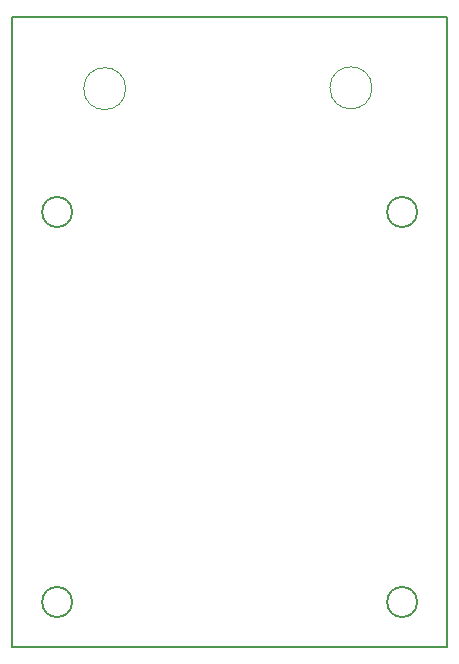
<source format=gbr>
%TF.GenerationSoftware,KiCad,Pcbnew,7.0.6*%
%TF.CreationDate,2023-08-29T00:28:29+01:00*%
%TF.ProjectId,NESInterface,4e455349-6e74-4657-9266-6163652e6b69,rev?*%
%TF.SameCoordinates,Original*%
%TF.FileFunction,Profile,NP*%
%FSLAX46Y46*%
G04 Gerber Fmt 4.6, Leading zero omitted, Abs format (unit mm)*
G04 Created by KiCad (PCBNEW 7.0.6) date 2023-08-29 00:28:29*
%MOMM*%
%LPD*%
G01*
G04 APERTURE LIST*
%TA.AperFunction,Profile*%
%ADD10C,0.200000*%
%TD*%
%TA.AperFunction,Profile*%
%ADD11C,0.100000*%
%TD*%
G04 APERTURE END LIST*
D10*
X110490000Y-119380000D02*
G75*
G03*
X110490000Y-119380000I-1270000J0D01*
G01*
X81280000Y-119380000D02*
G75*
G03*
X81280000Y-119380000I-1270000J0D01*
G01*
X81280000Y-86360000D02*
G75*
G03*
X81280000Y-86360000I-1270000J0D01*
G01*
X110490000Y-86360000D02*
G75*
G03*
X110490000Y-86360000I-1270000J0D01*
G01*
X76200000Y-69850000D02*
X113030000Y-69850000D01*
X113030000Y-123190000D01*
X76200000Y-123190000D01*
X76200000Y-69850000D01*
D11*
%TO.C,U2*%
X106663575Y-75848167D02*
G75*
G03*
X106663575Y-75848167I-1778000J0D01*
G01*
X85812582Y-75915915D02*
G75*
G03*
X85812582Y-75915915I-1778000J0D01*
G01*
%TD*%
M02*

</source>
